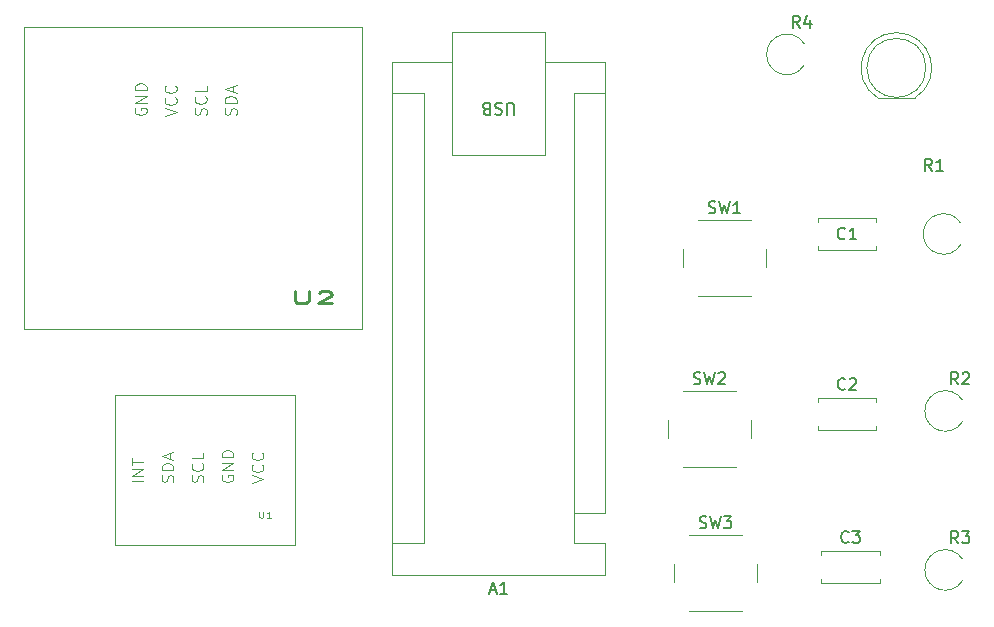
<source format=gbr>
%TF.GenerationSoftware,KiCad,Pcbnew,9.0.2*%
%TF.CreationDate,2025-06-05T21:12:55+05:30*%
%TF.ProjectId,1 try,31207472-792e-46b6-9963-61645f706362,rev?*%
%TF.SameCoordinates,Original*%
%TF.FileFunction,Legend,Top*%
%TF.FilePolarity,Positive*%
%FSLAX46Y46*%
G04 Gerber Fmt 4.6, Leading zero omitted, Abs format (unit mm)*
G04 Created by KiCad (PCBNEW 9.0.2) date 2025-06-05 21:12:55*
%MOMM*%
%LPD*%
G01*
G04 APERTURE LIST*
%ADD10C,0.150000*%
%ADD11C,0.250000*%
%ADD12C,0.100000*%
%ADD13C,0.120000*%
G04 APERTURE END LIST*
D10*
X119665714Y-111409104D02*
X120141904Y-111409104D01*
X119570476Y-111694819D02*
X119903809Y-110694819D01*
X119903809Y-110694819D02*
X120237142Y-111694819D01*
X121094285Y-111694819D02*
X120522857Y-111694819D01*
X120808571Y-111694819D02*
X120808571Y-110694819D01*
X120808571Y-110694819D02*
X120713333Y-110837676D01*
X120713333Y-110837676D02*
X120618095Y-110932914D01*
X120618095Y-110932914D02*
X120522857Y-110980533D01*
X121641904Y-71145180D02*
X121641904Y-70335657D01*
X121641904Y-70335657D02*
X121594285Y-70240419D01*
X121594285Y-70240419D02*
X121546666Y-70192800D01*
X121546666Y-70192800D02*
X121451428Y-70145180D01*
X121451428Y-70145180D02*
X121260952Y-70145180D01*
X121260952Y-70145180D02*
X121165714Y-70192800D01*
X121165714Y-70192800D02*
X121118095Y-70240419D01*
X121118095Y-70240419D02*
X121070476Y-70335657D01*
X121070476Y-70335657D02*
X121070476Y-71145180D01*
X120641904Y-70192800D02*
X120499047Y-70145180D01*
X120499047Y-70145180D02*
X120260952Y-70145180D01*
X120260952Y-70145180D02*
X120165714Y-70192800D01*
X120165714Y-70192800D02*
X120118095Y-70240419D01*
X120118095Y-70240419D02*
X120070476Y-70335657D01*
X120070476Y-70335657D02*
X120070476Y-70430895D01*
X120070476Y-70430895D02*
X120118095Y-70526133D01*
X120118095Y-70526133D02*
X120165714Y-70573752D01*
X120165714Y-70573752D02*
X120260952Y-70621371D01*
X120260952Y-70621371D02*
X120451428Y-70668990D01*
X120451428Y-70668990D02*
X120546666Y-70716609D01*
X120546666Y-70716609D02*
X120594285Y-70764228D01*
X120594285Y-70764228D02*
X120641904Y-70859466D01*
X120641904Y-70859466D02*
X120641904Y-70954704D01*
X120641904Y-70954704D02*
X120594285Y-71049942D01*
X120594285Y-71049942D02*
X120546666Y-71097561D01*
X120546666Y-71097561D02*
X120451428Y-71145180D01*
X120451428Y-71145180D02*
X120213333Y-71145180D01*
X120213333Y-71145180D02*
X120070476Y-71097561D01*
X119308571Y-70668990D02*
X119165714Y-70621371D01*
X119165714Y-70621371D02*
X119118095Y-70573752D01*
X119118095Y-70573752D02*
X119070476Y-70478514D01*
X119070476Y-70478514D02*
X119070476Y-70335657D01*
X119070476Y-70335657D02*
X119118095Y-70240419D01*
X119118095Y-70240419D02*
X119165714Y-70192800D01*
X119165714Y-70192800D02*
X119260952Y-70145180D01*
X119260952Y-70145180D02*
X119641904Y-70145180D01*
X119641904Y-70145180D02*
X119641904Y-71145180D01*
X119641904Y-71145180D02*
X119308571Y-71145180D01*
X119308571Y-71145180D02*
X119213333Y-71097561D01*
X119213333Y-71097561D02*
X119165714Y-71049942D01*
X119165714Y-71049942D02*
X119118095Y-70954704D01*
X119118095Y-70954704D02*
X119118095Y-70859466D01*
X119118095Y-70859466D02*
X119165714Y-70764228D01*
X119165714Y-70764228D02*
X119213333Y-70716609D01*
X119213333Y-70716609D02*
X119308571Y-70668990D01*
X119308571Y-70668990D02*
X119641904Y-70668990D01*
X137402667Y-106103200D02*
X137545524Y-106150819D01*
X137545524Y-106150819D02*
X137783619Y-106150819D01*
X137783619Y-106150819D02*
X137878857Y-106103200D01*
X137878857Y-106103200D02*
X137926476Y-106055580D01*
X137926476Y-106055580D02*
X137974095Y-105960342D01*
X137974095Y-105960342D02*
X137974095Y-105865104D01*
X137974095Y-105865104D02*
X137926476Y-105769866D01*
X137926476Y-105769866D02*
X137878857Y-105722247D01*
X137878857Y-105722247D02*
X137783619Y-105674628D01*
X137783619Y-105674628D02*
X137593143Y-105627009D01*
X137593143Y-105627009D02*
X137497905Y-105579390D01*
X137497905Y-105579390D02*
X137450286Y-105531771D01*
X137450286Y-105531771D02*
X137402667Y-105436533D01*
X137402667Y-105436533D02*
X137402667Y-105341295D01*
X137402667Y-105341295D02*
X137450286Y-105246057D01*
X137450286Y-105246057D02*
X137497905Y-105198438D01*
X137497905Y-105198438D02*
X137593143Y-105150819D01*
X137593143Y-105150819D02*
X137831238Y-105150819D01*
X137831238Y-105150819D02*
X137974095Y-105198438D01*
X138307429Y-105150819D02*
X138545524Y-106150819D01*
X138545524Y-106150819D02*
X138736000Y-105436533D01*
X138736000Y-105436533D02*
X138926476Y-106150819D01*
X138926476Y-106150819D02*
X139164572Y-105150819D01*
X139450286Y-105150819D02*
X140069333Y-105150819D01*
X140069333Y-105150819D02*
X139736000Y-105531771D01*
X139736000Y-105531771D02*
X139878857Y-105531771D01*
X139878857Y-105531771D02*
X139974095Y-105579390D01*
X139974095Y-105579390D02*
X140021714Y-105627009D01*
X140021714Y-105627009D02*
X140069333Y-105722247D01*
X140069333Y-105722247D02*
X140069333Y-105960342D01*
X140069333Y-105960342D02*
X140021714Y-106055580D01*
X140021714Y-106055580D02*
X139974095Y-106103200D01*
X139974095Y-106103200D02*
X139878857Y-106150819D01*
X139878857Y-106150819D02*
X139593143Y-106150819D01*
X139593143Y-106150819D02*
X139497905Y-106103200D01*
X139497905Y-106103200D02*
X139450286Y-106055580D01*
X157059333Y-75892819D02*
X156726000Y-75416628D01*
X156487905Y-75892819D02*
X156487905Y-74892819D01*
X156487905Y-74892819D02*
X156868857Y-74892819D01*
X156868857Y-74892819D02*
X156964095Y-74940438D01*
X156964095Y-74940438D02*
X157011714Y-74988057D01*
X157011714Y-74988057D02*
X157059333Y-75083295D01*
X157059333Y-75083295D02*
X157059333Y-75226152D01*
X157059333Y-75226152D02*
X157011714Y-75321390D01*
X157011714Y-75321390D02*
X156964095Y-75369009D01*
X156964095Y-75369009D02*
X156868857Y-75416628D01*
X156868857Y-75416628D02*
X156487905Y-75416628D01*
X158011714Y-75892819D02*
X157440286Y-75892819D01*
X157726000Y-75892819D02*
X157726000Y-74892819D01*
X157726000Y-74892819D02*
X157630762Y-75035676D01*
X157630762Y-75035676D02*
X157535524Y-75130914D01*
X157535524Y-75130914D02*
X157440286Y-75178533D01*
X149705333Y-94343580D02*
X149657714Y-94391200D01*
X149657714Y-94391200D02*
X149514857Y-94438819D01*
X149514857Y-94438819D02*
X149419619Y-94438819D01*
X149419619Y-94438819D02*
X149276762Y-94391200D01*
X149276762Y-94391200D02*
X149181524Y-94295961D01*
X149181524Y-94295961D02*
X149133905Y-94200723D01*
X149133905Y-94200723D02*
X149086286Y-94010247D01*
X149086286Y-94010247D02*
X149086286Y-93867390D01*
X149086286Y-93867390D02*
X149133905Y-93676914D01*
X149133905Y-93676914D02*
X149181524Y-93581676D01*
X149181524Y-93581676D02*
X149276762Y-93486438D01*
X149276762Y-93486438D02*
X149419619Y-93438819D01*
X149419619Y-93438819D02*
X149514857Y-93438819D01*
X149514857Y-93438819D02*
X149657714Y-93486438D01*
X149657714Y-93486438D02*
X149705333Y-93534057D01*
X150086286Y-93534057D02*
X150133905Y-93486438D01*
X150133905Y-93486438D02*
X150229143Y-93438819D01*
X150229143Y-93438819D02*
X150467238Y-93438819D01*
X150467238Y-93438819D02*
X150562476Y-93486438D01*
X150562476Y-93486438D02*
X150610095Y-93534057D01*
X150610095Y-93534057D02*
X150657714Y-93629295D01*
X150657714Y-93629295D02*
X150657714Y-93724533D01*
X150657714Y-93724533D02*
X150610095Y-93867390D01*
X150610095Y-93867390D02*
X150038667Y-94438819D01*
X150038667Y-94438819D02*
X150657714Y-94438819D01*
D11*
X103136190Y-86109619D02*
X103136190Y-86919142D01*
X103136190Y-86919142D02*
X103231428Y-87014380D01*
X103231428Y-87014380D02*
X103326666Y-87062000D01*
X103326666Y-87062000D02*
X103517142Y-87109619D01*
X103517142Y-87109619D02*
X103898095Y-87109619D01*
X103898095Y-87109619D02*
X104088571Y-87062000D01*
X104088571Y-87062000D02*
X104183809Y-87014380D01*
X104183809Y-87014380D02*
X104279047Y-86919142D01*
X104279047Y-86919142D02*
X104279047Y-86109619D01*
X105136190Y-86204857D02*
X105231428Y-86157238D01*
X105231428Y-86157238D02*
X105421904Y-86109619D01*
X105421904Y-86109619D02*
X105898095Y-86109619D01*
X105898095Y-86109619D02*
X106088571Y-86157238D01*
X106088571Y-86157238D02*
X106183809Y-86204857D01*
X106183809Y-86204857D02*
X106279047Y-86300095D01*
X106279047Y-86300095D02*
X106279047Y-86395333D01*
X106279047Y-86395333D02*
X106183809Y-86538190D01*
X106183809Y-86538190D02*
X105040952Y-87109619D01*
X105040952Y-87109619D02*
X106279047Y-87109619D01*
D12*
X89610038Y-70592306D02*
X89562419Y-70687544D01*
X89562419Y-70687544D02*
X89562419Y-70830401D01*
X89562419Y-70830401D02*
X89610038Y-70973258D01*
X89610038Y-70973258D02*
X89705276Y-71068496D01*
X89705276Y-71068496D02*
X89800514Y-71116115D01*
X89800514Y-71116115D02*
X89990990Y-71163734D01*
X89990990Y-71163734D02*
X90133847Y-71163734D01*
X90133847Y-71163734D02*
X90324323Y-71116115D01*
X90324323Y-71116115D02*
X90419561Y-71068496D01*
X90419561Y-71068496D02*
X90514800Y-70973258D01*
X90514800Y-70973258D02*
X90562419Y-70830401D01*
X90562419Y-70830401D02*
X90562419Y-70735163D01*
X90562419Y-70735163D02*
X90514800Y-70592306D01*
X90514800Y-70592306D02*
X90467180Y-70544687D01*
X90467180Y-70544687D02*
X90133847Y-70544687D01*
X90133847Y-70544687D02*
X90133847Y-70735163D01*
X90562419Y-70116115D02*
X89562419Y-70116115D01*
X89562419Y-70116115D02*
X90562419Y-69544687D01*
X90562419Y-69544687D02*
X89562419Y-69544687D01*
X90562419Y-69068496D02*
X89562419Y-69068496D01*
X89562419Y-69068496D02*
X89562419Y-68830401D01*
X89562419Y-68830401D02*
X89610038Y-68687544D01*
X89610038Y-68687544D02*
X89705276Y-68592306D01*
X89705276Y-68592306D02*
X89800514Y-68544687D01*
X89800514Y-68544687D02*
X89990990Y-68497068D01*
X89990990Y-68497068D02*
X90133847Y-68497068D01*
X90133847Y-68497068D02*
X90324323Y-68544687D01*
X90324323Y-68544687D02*
X90419561Y-68592306D01*
X90419561Y-68592306D02*
X90514800Y-68687544D01*
X90514800Y-68687544D02*
X90562419Y-68830401D01*
X90562419Y-68830401D02*
X90562419Y-69068496D01*
X98134800Y-71163734D02*
X98182419Y-71020877D01*
X98182419Y-71020877D02*
X98182419Y-70782782D01*
X98182419Y-70782782D02*
X98134800Y-70687544D01*
X98134800Y-70687544D02*
X98087180Y-70639925D01*
X98087180Y-70639925D02*
X97991942Y-70592306D01*
X97991942Y-70592306D02*
X97896704Y-70592306D01*
X97896704Y-70592306D02*
X97801466Y-70639925D01*
X97801466Y-70639925D02*
X97753847Y-70687544D01*
X97753847Y-70687544D02*
X97706228Y-70782782D01*
X97706228Y-70782782D02*
X97658609Y-70973258D01*
X97658609Y-70973258D02*
X97610990Y-71068496D01*
X97610990Y-71068496D02*
X97563371Y-71116115D01*
X97563371Y-71116115D02*
X97468133Y-71163734D01*
X97468133Y-71163734D02*
X97372895Y-71163734D01*
X97372895Y-71163734D02*
X97277657Y-71116115D01*
X97277657Y-71116115D02*
X97230038Y-71068496D01*
X97230038Y-71068496D02*
X97182419Y-70973258D01*
X97182419Y-70973258D02*
X97182419Y-70735163D01*
X97182419Y-70735163D02*
X97230038Y-70592306D01*
X98182419Y-70163734D02*
X97182419Y-70163734D01*
X97182419Y-70163734D02*
X97182419Y-69925639D01*
X97182419Y-69925639D02*
X97230038Y-69782782D01*
X97230038Y-69782782D02*
X97325276Y-69687544D01*
X97325276Y-69687544D02*
X97420514Y-69639925D01*
X97420514Y-69639925D02*
X97610990Y-69592306D01*
X97610990Y-69592306D02*
X97753847Y-69592306D01*
X97753847Y-69592306D02*
X97944323Y-69639925D01*
X97944323Y-69639925D02*
X98039561Y-69687544D01*
X98039561Y-69687544D02*
X98134800Y-69782782D01*
X98134800Y-69782782D02*
X98182419Y-69925639D01*
X98182419Y-69925639D02*
X98182419Y-70163734D01*
X97896704Y-69211353D02*
X97896704Y-68735163D01*
X98182419Y-69306591D02*
X97182419Y-68973258D01*
X97182419Y-68973258D02*
X98182419Y-68639925D01*
X92102419Y-71258972D02*
X93102419Y-70925639D01*
X93102419Y-70925639D02*
X92102419Y-70592306D01*
X93007180Y-69687544D02*
X93054800Y-69735163D01*
X93054800Y-69735163D02*
X93102419Y-69878020D01*
X93102419Y-69878020D02*
X93102419Y-69973258D01*
X93102419Y-69973258D02*
X93054800Y-70116115D01*
X93054800Y-70116115D02*
X92959561Y-70211353D01*
X92959561Y-70211353D02*
X92864323Y-70258972D01*
X92864323Y-70258972D02*
X92673847Y-70306591D01*
X92673847Y-70306591D02*
X92530990Y-70306591D01*
X92530990Y-70306591D02*
X92340514Y-70258972D01*
X92340514Y-70258972D02*
X92245276Y-70211353D01*
X92245276Y-70211353D02*
X92150038Y-70116115D01*
X92150038Y-70116115D02*
X92102419Y-69973258D01*
X92102419Y-69973258D02*
X92102419Y-69878020D01*
X92102419Y-69878020D02*
X92150038Y-69735163D01*
X92150038Y-69735163D02*
X92197657Y-69687544D01*
X93007180Y-68687544D02*
X93054800Y-68735163D01*
X93054800Y-68735163D02*
X93102419Y-68878020D01*
X93102419Y-68878020D02*
X93102419Y-68973258D01*
X93102419Y-68973258D02*
X93054800Y-69116115D01*
X93054800Y-69116115D02*
X92959561Y-69211353D01*
X92959561Y-69211353D02*
X92864323Y-69258972D01*
X92864323Y-69258972D02*
X92673847Y-69306591D01*
X92673847Y-69306591D02*
X92530990Y-69306591D01*
X92530990Y-69306591D02*
X92340514Y-69258972D01*
X92340514Y-69258972D02*
X92245276Y-69211353D01*
X92245276Y-69211353D02*
X92150038Y-69116115D01*
X92150038Y-69116115D02*
X92102419Y-68973258D01*
X92102419Y-68973258D02*
X92102419Y-68878020D01*
X92102419Y-68878020D02*
X92150038Y-68735163D01*
X92150038Y-68735163D02*
X92197657Y-68687544D01*
X95594800Y-71163734D02*
X95642419Y-71020877D01*
X95642419Y-71020877D02*
X95642419Y-70782782D01*
X95642419Y-70782782D02*
X95594800Y-70687544D01*
X95594800Y-70687544D02*
X95547180Y-70639925D01*
X95547180Y-70639925D02*
X95451942Y-70592306D01*
X95451942Y-70592306D02*
X95356704Y-70592306D01*
X95356704Y-70592306D02*
X95261466Y-70639925D01*
X95261466Y-70639925D02*
X95213847Y-70687544D01*
X95213847Y-70687544D02*
X95166228Y-70782782D01*
X95166228Y-70782782D02*
X95118609Y-70973258D01*
X95118609Y-70973258D02*
X95070990Y-71068496D01*
X95070990Y-71068496D02*
X95023371Y-71116115D01*
X95023371Y-71116115D02*
X94928133Y-71163734D01*
X94928133Y-71163734D02*
X94832895Y-71163734D01*
X94832895Y-71163734D02*
X94737657Y-71116115D01*
X94737657Y-71116115D02*
X94690038Y-71068496D01*
X94690038Y-71068496D02*
X94642419Y-70973258D01*
X94642419Y-70973258D02*
X94642419Y-70735163D01*
X94642419Y-70735163D02*
X94690038Y-70592306D01*
X95547180Y-69592306D02*
X95594800Y-69639925D01*
X95594800Y-69639925D02*
X95642419Y-69782782D01*
X95642419Y-69782782D02*
X95642419Y-69878020D01*
X95642419Y-69878020D02*
X95594800Y-70020877D01*
X95594800Y-70020877D02*
X95499561Y-70116115D01*
X95499561Y-70116115D02*
X95404323Y-70163734D01*
X95404323Y-70163734D02*
X95213847Y-70211353D01*
X95213847Y-70211353D02*
X95070990Y-70211353D01*
X95070990Y-70211353D02*
X94880514Y-70163734D01*
X94880514Y-70163734D02*
X94785276Y-70116115D01*
X94785276Y-70116115D02*
X94690038Y-70020877D01*
X94690038Y-70020877D02*
X94642419Y-69878020D01*
X94642419Y-69878020D02*
X94642419Y-69782782D01*
X94642419Y-69782782D02*
X94690038Y-69639925D01*
X94690038Y-69639925D02*
X94737657Y-69592306D01*
X95642419Y-68687544D02*
X95642419Y-69163734D01*
X95642419Y-69163734D02*
X94642419Y-69163734D01*
D10*
X159289333Y-93964819D02*
X158956000Y-93488628D01*
X158717905Y-93964819D02*
X158717905Y-92964819D01*
X158717905Y-92964819D02*
X159098857Y-92964819D01*
X159098857Y-92964819D02*
X159194095Y-93012438D01*
X159194095Y-93012438D02*
X159241714Y-93060057D01*
X159241714Y-93060057D02*
X159289333Y-93155295D01*
X159289333Y-93155295D02*
X159289333Y-93298152D01*
X159289333Y-93298152D02*
X159241714Y-93393390D01*
X159241714Y-93393390D02*
X159194095Y-93441009D01*
X159194095Y-93441009D02*
X159098857Y-93488628D01*
X159098857Y-93488628D02*
X158717905Y-93488628D01*
X159670286Y-93060057D02*
X159717905Y-93012438D01*
X159717905Y-93012438D02*
X159813143Y-92964819D01*
X159813143Y-92964819D02*
X160051238Y-92964819D01*
X160051238Y-92964819D02*
X160146476Y-93012438D01*
X160146476Y-93012438D02*
X160194095Y-93060057D01*
X160194095Y-93060057D02*
X160241714Y-93155295D01*
X160241714Y-93155295D02*
X160241714Y-93250533D01*
X160241714Y-93250533D02*
X160194095Y-93393390D01*
X160194095Y-93393390D02*
X159622667Y-93964819D01*
X159622667Y-93964819D02*
X160241714Y-93964819D01*
D12*
X100122857Y-104766109D02*
X100122857Y-105170871D01*
X100122857Y-105170871D02*
X100151428Y-105218490D01*
X100151428Y-105218490D02*
X100180000Y-105242300D01*
X100180000Y-105242300D02*
X100237142Y-105266109D01*
X100237142Y-105266109D02*
X100351428Y-105266109D01*
X100351428Y-105266109D02*
X100408571Y-105242300D01*
X100408571Y-105242300D02*
X100437142Y-105218490D01*
X100437142Y-105218490D02*
X100465714Y-105170871D01*
X100465714Y-105170871D02*
X100465714Y-104766109D01*
X101065713Y-105266109D02*
X100722856Y-105266109D01*
X100894285Y-105266109D02*
X100894285Y-104766109D01*
X100894285Y-104766109D02*
X100837142Y-104837538D01*
X100837142Y-104837538D02*
X100779999Y-104885157D01*
X100779999Y-104885157D02*
X100722856Y-104908966D01*
X92784800Y-102243734D02*
X92832419Y-102100877D01*
X92832419Y-102100877D02*
X92832419Y-101862782D01*
X92832419Y-101862782D02*
X92784800Y-101767544D01*
X92784800Y-101767544D02*
X92737180Y-101719925D01*
X92737180Y-101719925D02*
X92641942Y-101672306D01*
X92641942Y-101672306D02*
X92546704Y-101672306D01*
X92546704Y-101672306D02*
X92451466Y-101719925D01*
X92451466Y-101719925D02*
X92403847Y-101767544D01*
X92403847Y-101767544D02*
X92356228Y-101862782D01*
X92356228Y-101862782D02*
X92308609Y-102053258D01*
X92308609Y-102053258D02*
X92260990Y-102148496D01*
X92260990Y-102148496D02*
X92213371Y-102196115D01*
X92213371Y-102196115D02*
X92118133Y-102243734D01*
X92118133Y-102243734D02*
X92022895Y-102243734D01*
X92022895Y-102243734D02*
X91927657Y-102196115D01*
X91927657Y-102196115D02*
X91880038Y-102148496D01*
X91880038Y-102148496D02*
X91832419Y-102053258D01*
X91832419Y-102053258D02*
X91832419Y-101815163D01*
X91832419Y-101815163D02*
X91880038Y-101672306D01*
X92832419Y-101243734D02*
X91832419Y-101243734D01*
X91832419Y-101243734D02*
X91832419Y-101005639D01*
X91832419Y-101005639D02*
X91880038Y-100862782D01*
X91880038Y-100862782D02*
X91975276Y-100767544D01*
X91975276Y-100767544D02*
X92070514Y-100719925D01*
X92070514Y-100719925D02*
X92260990Y-100672306D01*
X92260990Y-100672306D02*
X92403847Y-100672306D01*
X92403847Y-100672306D02*
X92594323Y-100719925D01*
X92594323Y-100719925D02*
X92689561Y-100767544D01*
X92689561Y-100767544D02*
X92784800Y-100862782D01*
X92784800Y-100862782D02*
X92832419Y-101005639D01*
X92832419Y-101005639D02*
X92832419Y-101243734D01*
X92546704Y-100291353D02*
X92546704Y-99815163D01*
X92832419Y-100386591D02*
X91832419Y-100053258D01*
X91832419Y-100053258D02*
X92832419Y-99719925D01*
X95324800Y-102243734D02*
X95372419Y-102100877D01*
X95372419Y-102100877D02*
X95372419Y-101862782D01*
X95372419Y-101862782D02*
X95324800Y-101767544D01*
X95324800Y-101767544D02*
X95277180Y-101719925D01*
X95277180Y-101719925D02*
X95181942Y-101672306D01*
X95181942Y-101672306D02*
X95086704Y-101672306D01*
X95086704Y-101672306D02*
X94991466Y-101719925D01*
X94991466Y-101719925D02*
X94943847Y-101767544D01*
X94943847Y-101767544D02*
X94896228Y-101862782D01*
X94896228Y-101862782D02*
X94848609Y-102053258D01*
X94848609Y-102053258D02*
X94800990Y-102148496D01*
X94800990Y-102148496D02*
X94753371Y-102196115D01*
X94753371Y-102196115D02*
X94658133Y-102243734D01*
X94658133Y-102243734D02*
X94562895Y-102243734D01*
X94562895Y-102243734D02*
X94467657Y-102196115D01*
X94467657Y-102196115D02*
X94420038Y-102148496D01*
X94420038Y-102148496D02*
X94372419Y-102053258D01*
X94372419Y-102053258D02*
X94372419Y-101815163D01*
X94372419Y-101815163D02*
X94420038Y-101672306D01*
X95277180Y-100672306D02*
X95324800Y-100719925D01*
X95324800Y-100719925D02*
X95372419Y-100862782D01*
X95372419Y-100862782D02*
X95372419Y-100958020D01*
X95372419Y-100958020D02*
X95324800Y-101100877D01*
X95324800Y-101100877D02*
X95229561Y-101196115D01*
X95229561Y-101196115D02*
X95134323Y-101243734D01*
X95134323Y-101243734D02*
X94943847Y-101291353D01*
X94943847Y-101291353D02*
X94800990Y-101291353D01*
X94800990Y-101291353D02*
X94610514Y-101243734D01*
X94610514Y-101243734D02*
X94515276Y-101196115D01*
X94515276Y-101196115D02*
X94420038Y-101100877D01*
X94420038Y-101100877D02*
X94372419Y-100958020D01*
X94372419Y-100958020D02*
X94372419Y-100862782D01*
X94372419Y-100862782D02*
X94420038Y-100719925D01*
X94420038Y-100719925D02*
X94467657Y-100672306D01*
X95372419Y-99767544D02*
X95372419Y-100243734D01*
X95372419Y-100243734D02*
X94372419Y-100243734D01*
X99452419Y-102338972D02*
X100452419Y-102005639D01*
X100452419Y-102005639D02*
X99452419Y-101672306D01*
X100357180Y-100767544D02*
X100404800Y-100815163D01*
X100404800Y-100815163D02*
X100452419Y-100958020D01*
X100452419Y-100958020D02*
X100452419Y-101053258D01*
X100452419Y-101053258D02*
X100404800Y-101196115D01*
X100404800Y-101196115D02*
X100309561Y-101291353D01*
X100309561Y-101291353D02*
X100214323Y-101338972D01*
X100214323Y-101338972D02*
X100023847Y-101386591D01*
X100023847Y-101386591D02*
X99880990Y-101386591D01*
X99880990Y-101386591D02*
X99690514Y-101338972D01*
X99690514Y-101338972D02*
X99595276Y-101291353D01*
X99595276Y-101291353D02*
X99500038Y-101196115D01*
X99500038Y-101196115D02*
X99452419Y-101053258D01*
X99452419Y-101053258D02*
X99452419Y-100958020D01*
X99452419Y-100958020D02*
X99500038Y-100815163D01*
X99500038Y-100815163D02*
X99547657Y-100767544D01*
X100357180Y-99767544D02*
X100404800Y-99815163D01*
X100404800Y-99815163D02*
X100452419Y-99958020D01*
X100452419Y-99958020D02*
X100452419Y-100053258D01*
X100452419Y-100053258D02*
X100404800Y-100196115D01*
X100404800Y-100196115D02*
X100309561Y-100291353D01*
X100309561Y-100291353D02*
X100214323Y-100338972D01*
X100214323Y-100338972D02*
X100023847Y-100386591D01*
X100023847Y-100386591D02*
X99880990Y-100386591D01*
X99880990Y-100386591D02*
X99690514Y-100338972D01*
X99690514Y-100338972D02*
X99595276Y-100291353D01*
X99595276Y-100291353D02*
X99500038Y-100196115D01*
X99500038Y-100196115D02*
X99452419Y-100053258D01*
X99452419Y-100053258D02*
X99452419Y-99958020D01*
X99452419Y-99958020D02*
X99500038Y-99815163D01*
X99500038Y-99815163D02*
X99547657Y-99767544D01*
X90292419Y-102196115D02*
X89292419Y-102196115D01*
X90292419Y-101719925D02*
X89292419Y-101719925D01*
X89292419Y-101719925D02*
X90292419Y-101148497D01*
X90292419Y-101148497D02*
X89292419Y-101148497D01*
X89292419Y-100815163D02*
X89292419Y-100243735D01*
X90292419Y-100529449D02*
X89292419Y-100529449D01*
X96960038Y-101672306D02*
X96912419Y-101767544D01*
X96912419Y-101767544D02*
X96912419Y-101910401D01*
X96912419Y-101910401D02*
X96960038Y-102053258D01*
X96960038Y-102053258D02*
X97055276Y-102148496D01*
X97055276Y-102148496D02*
X97150514Y-102196115D01*
X97150514Y-102196115D02*
X97340990Y-102243734D01*
X97340990Y-102243734D02*
X97483847Y-102243734D01*
X97483847Y-102243734D02*
X97674323Y-102196115D01*
X97674323Y-102196115D02*
X97769561Y-102148496D01*
X97769561Y-102148496D02*
X97864800Y-102053258D01*
X97864800Y-102053258D02*
X97912419Y-101910401D01*
X97912419Y-101910401D02*
X97912419Y-101815163D01*
X97912419Y-101815163D02*
X97864800Y-101672306D01*
X97864800Y-101672306D02*
X97817180Y-101624687D01*
X97817180Y-101624687D02*
X97483847Y-101624687D01*
X97483847Y-101624687D02*
X97483847Y-101815163D01*
X97912419Y-101196115D02*
X96912419Y-101196115D01*
X96912419Y-101196115D02*
X97912419Y-100624687D01*
X97912419Y-100624687D02*
X96912419Y-100624687D01*
X97912419Y-100148496D02*
X96912419Y-100148496D01*
X96912419Y-100148496D02*
X96912419Y-99910401D01*
X96912419Y-99910401D02*
X96960038Y-99767544D01*
X96960038Y-99767544D02*
X97055276Y-99672306D01*
X97055276Y-99672306D02*
X97150514Y-99624687D01*
X97150514Y-99624687D02*
X97340990Y-99577068D01*
X97340990Y-99577068D02*
X97483847Y-99577068D01*
X97483847Y-99577068D02*
X97674323Y-99624687D01*
X97674323Y-99624687D02*
X97769561Y-99672306D01*
X97769561Y-99672306D02*
X97864800Y-99767544D01*
X97864800Y-99767544D02*
X97912419Y-99910401D01*
X97912419Y-99910401D02*
X97912419Y-100148496D01*
D10*
X136894667Y-93911200D02*
X137037524Y-93958819D01*
X137037524Y-93958819D02*
X137275619Y-93958819D01*
X137275619Y-93958819D02*
X137370857Y-93911200D01*
X137370857Y-93911200D02*
X137418476Y-93863580D01*
X137418476Y-93863580D02*
X137466095Y-93768342D01*
X137466095Y-93768342D02*
X137466095Y-93673104D01*
X137466095Y-93673104D02*
X137418476Y-93577866D01*
X137418476Y-93577866D02*
X137370857Y-93530247D01*
X137370857Y-93530247D02*
X137275619Y-93482628D01*
X137275619Y-93482628D02*
X137085143Y-93435009D01*
X137085143Y-93435009D02*
X136989905Y-93387390D01*
X136989905Y-93387390D02*
X136942286Y-93339771D01*
X136942286Y-93339771D02*
X136894667Y-93244533D01*
X136894667Y-93244533D02*
X136894667Y-93149295D01*
X136894667Y-93149295D02*
X136942286Y-93054057D01*
X136942286Y-93054057D02*
X136989905Y-93006438D01*
X136989905Y-93006438D02*
X137085143Y-92958819D01*
X137085143Y-92958819D02*
X137323238Y-92958819D01*
X137323238Y-92958819D02*
X137466095Y-93006438D01*
X137799429Y-92958819D02*
X138037524Y-93958819D01*
X138037524Y-93958819D02*
X138228000Y-93244533D01*
X138228000Y-93244533D02*
X138418476Y-93958819D01*
X138418476Y-93958819D02*
X138656572Y-92958819D01*
X138989905Y-93054057D02*
X139037524Y-93006438D01*
X139037524Y-93006438D02*
X139132762Y-92958819D01*
X139132762Y-92958819D02*
X139370857Y-92958819D01*
X139370857Y-92958819D02*
X139466095Y-93006438D01*
X139466095Y-93006438D02*
X139513714Y-93054057D01*
X139513714Y-93054057D02*
X139561333Y-93149295D01*
X139561333Y-93149295D02*
X139561333Y-93244533D01*
X139561333Y-93244533D02*
X139513714Y-93387390D01*
X139513714Y-93387390D02*
X138942286Y-93958819D01*
X138942286Y-93958819D02*
X139561333Y-93958819D01*
X159289333Y-107426819D02*
X158956000Y-106950628D01*
X158717905Y-107426819D02*
X158717905Y-106426819D01*
X158717905Y-106426819D02*
X159098857Y-106426819D01*
X159098857Y-106426819D02*
X159194095Y-106474438D01*
X159194095Y-106474438D02*
X159241714Y-106522057D01*
X159241714Y-106522057D02*
X159289333Y-106617295D01*
X159289333Y-106617295D02*
X159289333Y-106760152D01*
X159289333Y-106760152D02*
X159241714Y-106855390D01*
X159241714Y-106855390D02*
X159194095Y-106903009D01*
X159194095Y-106903009D02*
X159098857Y-106950628D01*
X159098857Y-106950628D02*
X158717905Y-106950628D01*
X159622667Y-106426819D02*
X160241714Y-106426819D01*
X160241714Y-106426819D02*
X159908381Y-106807771D01*
X159908381Y-106807771D02*
X160051238Y-106807771D01*
X160051238Y-106807771D02*
X160146476Y-106855390D01*
X160146476Y-106855390D02*
X160194095Y-106903009D01*
X160194095Y-106903009D02*
X160241714Y-106998247D01*
X160241714Y-106998247D02*
X160241714Y-107236342D01*
X160241714Y-107236342D02*
X160194095Y-107331580D01*
X160194095Y-107331580D02*
X160146476Y-107379200D01*
X160146476Y-107379200D02*
X160051238Y-107426819D01*
X160051238Y-107426819D02*
X159765524Y-107426819D01*
X159765524Y-107426819D02*
X159670286Y-107379200D01*
X159670286Y-107379200D02*
X159622667Y-107331580D01*
X138164667Y-79433200D02*
X138307524Y-79480819D01*
X138307524Y-79480819D02*
X138545619Y-79480819D01*
X138545619Y-79480819D02*
X138640857Y-79433200D01*
X138640857Y-79433200D02*
X138688476Y-79385580D01*
X138688476Y-79385580D02*
X138736095Y-79290342D01*
X138736095Y-79290342D02*
X138736095Y-79195104D01*
X138736095Y-79195104D02*
X138688476Y-79099866D01*
X138688476Y-79099866D02*
X138640857Y-79052247D01*
X138640857Y-79052247D02*
X138545619Y-79004628D01*
X138545619Y-79004628D02*
X138355143Y-78957009D01*
X138355143Y-78957009D02*
X138259905Y-78909390D01*
X138259905Y-78909390D02*
X138212286Y-78861771D01*
X138212286Y-78861771D02*
X138164667Y-78766533D01*
X138164667Y-78766533D02*
X138164667Y-78671295D01*
X138164667Y-78671295D02*
X138212286Y-78576057D01*
X138212286Y-78576057D02*
X138259905Y-78528438D01*
X138259905Y-78528438D02*
X138355143Y-78480819D01*
X138355143Y-78480819D02*
X138593238Y-78480819D01*
X138593238Y-78480819D02*
X138736095Y-78528438D01*
X139069429Y-78480819D02*
X139307524Y-79480819D01*
X139307524Y-79480819D02*
X139498000Y-78766533D01*
X139498000Y-78766533D02*
X139688476Y-79480819D01*
X139688476Y-79480819D02*
X139926572Y-78480819D01*
X140831333Y-79480819D02*
X140259905Y-79480819D01*
X140545619Y-79480819D02*
X140545619Y-78480819D01*
X140545619Y-78480819D02*
X140450381Y-78623676D01*
X140450381Y-78623676D02*
X140355143Y-78718914D01*
X140355143Y-78718914D02*
X140259905Y-78766533D01*
X145883333Y-63774819D02*
X145550000Y-63298628D01*
X145311905Y-63774819D02*
X145311905Y-62774819D01*
X145311905Y-62774819D02*
X145692857Y-62774819D01*
X145692857Y-62774819D02*
X145788095Y-62822438D01*
X145788095Y-62822438D02*
X145835714Y-62870057D01*
X145835714Y-62870057D02*
X145883333Y-62965295D01*
X145883333Y-62965295D02*
X145883333Y-63108152D01*
X145883333Y-63108152D02*
X145835714Y-63203390D01*
X145835714Y-63203390D02*
X145788095Y-63251009D01*
X145788095Y-63251009D02*
X145692857Y-63298628D01*
X145692857Y-63298628D02*
X145311905Y-63298628D01*
X146740476Y-63108152D02*
X146740476Y-63774819D01*
X146502381Y-62727200D02*
X146264286Y-63441485D01*
X146264286Y-63441485D02*
X146883333Y-63441485D01*
X149705333Y-81603580D02*
X149657714Y-81651200D01*
X149657714Y-81651200D02*
X149514857Y-81698819D01*
X149514857Y-81698819D02*
X149419619Y-81698819D01*
X149419619Y-81698819D02*
X149276762Y-81651200D01*
X149276762Y-81651200D02*
X149181524Y-81555961D01*
X149181524Y-81555961D02*
X149133905Y-81460723D01*
X149133905Y-81460723D02*
X149086286Y-81270247D01*
X149086286Y-81270247D02*
X149086286Y-81127390D01*
X149086286Y-81127390D02*
X149133905Y-80936914D01*
X149133905Y-80936914D02*
X149181524Y-80841676D01*
X149181524Y-80841676D02*
X149276762Y-80746438D01*
X149276762Y-80746438D02*
X149419619Y-80698819D01*
X149419619Y-80698819D02*
X149514857Y-80698819D01*
X149514857Y-80698819D02*
X149657714Y-80746438D01*
X149657714Y-80746438D02*
X149705333Y-80794057D01*
X150657714Y-81698819D02*
X150086286Y-81698819D01*
X150372000Y-81698819D02*
X150372000Y-80698819D01*
X150372000Y-80698819D02*
X150276762Y-80841676D01*
X150276762Y-80841676D02*
X150181524Y-80936914D01*
X150181524Y-80936914D02*
X150086286Y-80984533D01*
X149999333Y-107297580D02*
X149951714Y-107345200D01*
X149951714Y-107345200D02*
X149808857Y-107392819D01*
X149808857Y-107392819D02*
X149713619Y-107392819D01*
X149713619Y-107392819D02*
X149570762Y-107345200D01*
X149570762Y-107345200D02*
X149475524Y-107249961D01*
X149475524Y-107249961D02*
X149427905Y-107154723D01*
X149427905Y-107154723D02*
X149380286Y-106964247D01*
X149380286Y-106964247D02*
X149380286Y-106821390D01*
X149380286Y-106821390D02*
X149427905Y-106630914D01*
X149427905Y-106630914D02*
X149475524Y-106535676D01*
X149475524Y-106535676D02*
X149570762Y-106440438D01*
X149570762Y-106440438D02*
X149713619Y-106392819D01*
X149713619Y-106392819D02*
X149808857Y-106392819D01*
X149808857Y-106392819D02*
X149951714Y-106440438D01*
X149951714Y-106440438D02*
X149999333Y-106488057D01*
X150332667Y-106392819D02*
X150951714Y-106392819D01*
X150951714Y-106392819D02*
X150618381Y-106773771D01*
X150618381Y-106773771D02*
X150761238Y-106773771D01*
X150761238Y-106773771D02*
X150856476Y-106821390D01*
X150856476Y-106821390D02*
X150904095Y-106869009D01*
X150904095Y-106869009D02*
X150951714Y-106964247D01*
X150951714Y-106964247D02*
X150951714Y-107202342D01*
X150951714Y-107202342D02*
X150904095Y-107297580D01*
X150904095Y-107297580D02*
X150856476Y-107345200D01*
X150856476Y-107345200D02*
X150761238Y-107392819D01*
X150761238Y-107392819D02*
X150475524Y-107392819D01*
X150475524Y-107392819D02*
X150380286Y-107345200D01*
X150380286Y-107345200D02*
X150332667Y-107297580D01*
D13*
%TO.C,A1*%
X111360000Y-66660000D02*
X111360000Y-110100000D01*
X111360000Y-66660000D02*
X116440000Y-66660000D01*
X111360000Y-110100000D02*
X129400000Y-110100000D01*
X114030000Y-69330000D02*
X111360000Y-69330000D01*
X114030000Y-107430000D02*
X111360000Y-107430000D01*
X114030000Y-107430000D02*
X114030000Y-69330000D01*
X116440000Y-64120000D02*
X124320000Y-64120000D01*
X116440000Y-74540000D02*
X116440000Y-64120000D01*
X124320000Y-64120000D02*
X124320000Y-74540000D01*
X124320000Y-74540000D02*
X116440000Y-74540000D01*
X126730000Y-69330000D02*
X129400000Y-69330000D01*
X126730000Y-104890000D02*
X126730000Y-69330000D01*
X126730000Y-104890000D02*
X126730000Y-107430000D01*
X126730000Y-104890000D02*
X129400000Y-104890000D01*
X126730000Y-107430000D02*
X129400000Y-107430000D01*
X129400000Y-66660000D02*
X124320000Y-66660000D01*
X129400000Y-104890000D02*
X129400000Y-66660000D01*
X129400000Y-110100000D02*
X129400000Y-107430000D01*
%TO.C,SW3*%
X135236000Y-109196000D02*
X135236000Y-110696000D01*
X136486000Y-113196000D02*
X140986000Y-113196000D01*
X140986000Y-106696000D02*
X136486000Y-106696000D01*
X142236000Y-110696000D02*
X142236000Y-109196000D01*
%TO.C,R1*%
X159493272Y-82164000D02*
G75*
G02*
X159493272Y-80324000I-1453272J920000D01*
G01*
%TO.C,C2*%
X147402000Y-95114000D02*
X147402000Y-95444000D01*
X147402000Y-95114000D02*
X152342000Y-95114000D01*
X147402000Y-97524000D02*
X147402000Y-97854000D01*
X147402000Y-97854000D02*
X152342000Y-97854000D01*
X152342000Y-95114000D02*
X152342000Y-95444000D01*
X152342000Y-97524000D02*
X152342000Y-97854000D01*
%TO.C,U2*%
D12*
X80212500Y-63736500D02*
X108787500Y-63736500D01*
X108787500Y-89263500D01*
X80212500Y-89263500D01*
X80212500Y-63736500D01*
D13*
%TO.C,R2*%
X159639272Y-97150000D02*
G75*
G02*
X159639272Y-95310000I-1453272J920000D01*
G01*
%TO.C,U1*%
D12*
X87880000Y-94880000D02*
X103120000Y-94880000D01*
X103120000Y-107580000D01*
X87880000Y-107580000D01*
X87880000Y-94880000D01*
D13*
%TO.C,PCB-1*%
X152506000Y-69743000D02*
X155596000Y-69743000D01*
X152506170Y-69743000D02*
G75*
G02*
X154051000Y-64193000I1544830J2560000D01*
G01*
X154051000Y-64193000D02*
G75*
G02*
X155595830Y-69743000I0J-2990000D01*
G01*
X156551000Y-67183000D02*
G75*
G02*
X151551000Y-67183000I-2500000J0D01*
G01*
X151551000Y-67183000D02*
G75*
G02*
X156551000Y-67183000I2500000J0D01*
G01*
%TO.C,SW2*%
X134728000Y-97004000D02*
X134728000Y-98504000D01*
X135978000Y-101004000D02*
X140478000Y-101004000D01*
X140478000Y-94504000D02*
X135978000Y-94504000D01*
X141728000Y-98504000D02*
X141728000Y-97004000D01*
%TO.C,R3*%
X159639272Y-110612000D02*
G75*
G02*
X159639272Y-108772000I-1453272J920000D01*
G01*
%TO.C,SW1*%
X135998000Y-82526000D02*
X135998000Y-84026000D01*
X137248000Y-86526000D02*
X141748000Y-86526000D01*
X141748000Y-80026000D02*
X137248000Y-80026000D01*
X142998000Y-84026000D02*
X142998000Y-82526000D01*
%TO.C,R4*%
X146233272Y-66960000D02*
G75*
G02*
X146233272Y-65120000I-1453272J920000D01*
G01*
%TO.C,C1*%
X147402000Y-79874000D02*
X147402000Y-80204000D01*
X147402000Y-79874000D02*
X152342000Y-79874000D01*
X147402000Y-82284000D02*
X147402000Y-82614000D01*
X147402000Y-82614000D02*
X152342000Y-82614000D01*
X152342000Y-79874000D02*
X152342000Y-80204000D01*
X152342000Y-82284000D02*
X152342000Y-82614000D01*
%TO.C,C3*%
X147696000Y-108068000D02*
X147696000Y-108398000D01*
X147696000Y-108068000D02*
X152636000Y-108068000D01*
X147696000Y-110478000D02*
X147696000Y-110808000D01*
X147696000Y-110808000D02*
X152636000Y-110808000D01*
X152636000Y-108068000D02*
X152636000Y-108398000D01*
X152636000Y-110478000D02*
X152636000Y-110808000D01*
%TD*%
M02*

</source>
